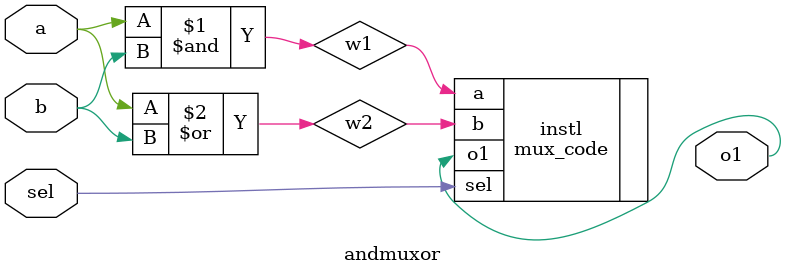
<source format=sv>
module andmuxor (a,b,sel,o1);

  input a;
  input b;
  input sel;

  output o1;
  
  wire w1;
  wire w2;
 
  and (w1,a,b);

  or (w2,a,b);

  mux_code instl (.a(w1),.b(w2),.sel(sel),.o1(o1));

 

endmodule

</source>
